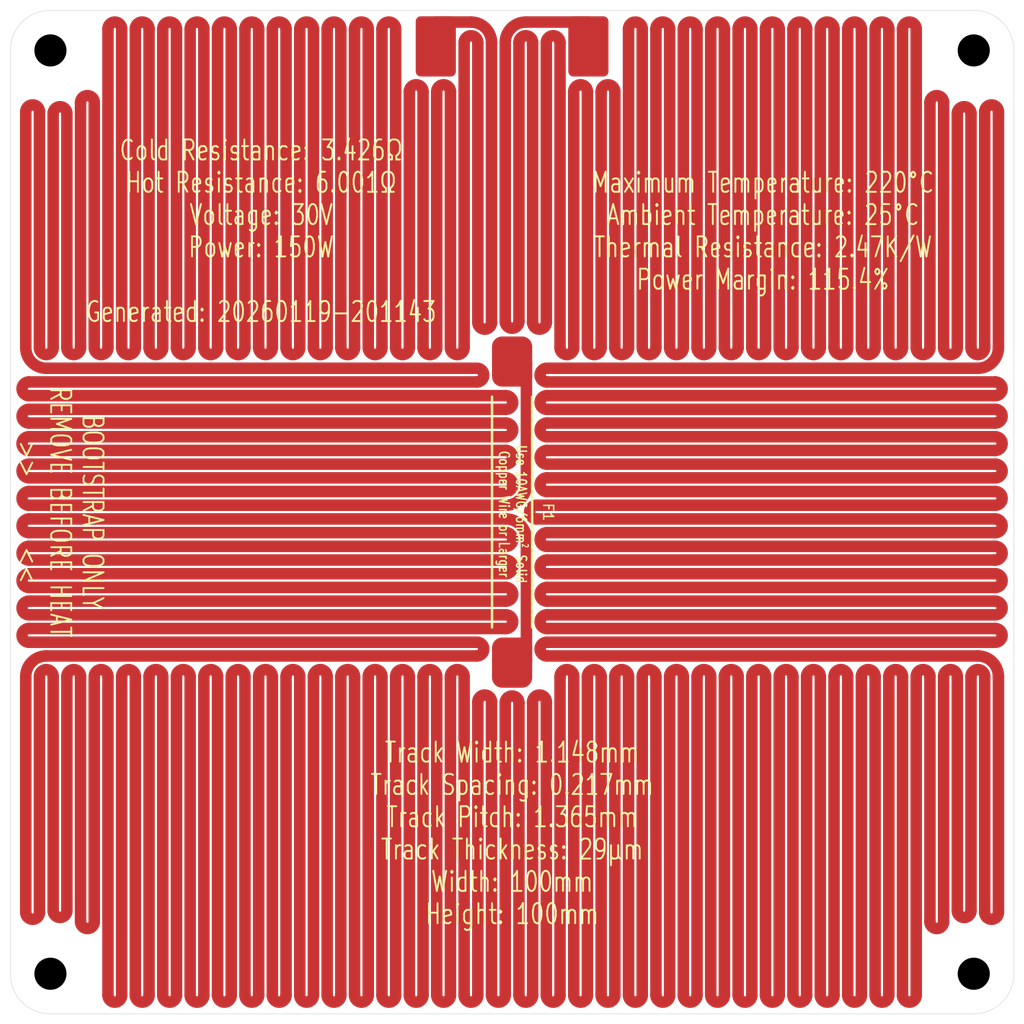
<source format=kicad_pcb>
(kicad_pcb (version 20241229) (generator "pcbnew") (generator_version "9.0")
  (layers (0 "F.Cu" signal) (2 "B.Cu" signal) (13 "F.Paste" user) (15 "B.Paste" user) (5 "F.SilkS" user "F.Silkscreen") (7 "B.SilkS" user "B.Silkscreen") (1 "F.Mask" user) (3 "B.Mask" user) (25 "Edge.Cuts" user))
  (net 0 "")
  (net 1 "Net-(J2-Pin_1)")
  (net 2 "Net-(J1-Pin_1)")
  (footprint "blg:MountingHole_3.2mm_M3_NoPad_TopLarge" (layer "F.Cu") (at 151 59)
    (property "Reference" "REF**" (hide yes))
    (property "Value" "MountingHole_3.2mm_M3_NoPad_TopLarge" (hide yes))
    (pad "" np_thru_hole circle (at 0 0) (size 7.6 7.6) (drill 3.2) (layers))
  )
  (footprint "blg:SMD_PowerConnection_4x6mm" (layer "F.Cu") (at 112.601499 58.6 -90)
    (property "Reference" "J2" (hide yes))
    (property "Value" "Hotplate_Power_Connection" (hide yes))
    (pad "1" smd roundrect (at 0 0 270) (size 6 4) (layers "F.Cu" "F.Mask" "F.Paste") (roundrect_rratio 0.125) (net 1 "Net-(J2-Pin_1)"))
  )
  (footprint "blg:MountingHole_3.2mm_M3_NoPad_TopLarge" (layer "F.Cu") (at 59 151)
    (property "Reference" "REF**" (hide yes))
    (property "Value" "MountingHole_3.2mm_M3_NoPad_TopLarge" (hide yes))
    (pad "" np_thru_hole circle (at 0 0) (size 7.6 7.6) (drill 3.2) (layers))
  )
  (footprint "blg:MountingHole_3.2mm_M3_NoPad_TopLarge" (layer "F.Cu") (at 151 151)
    (property "Reference" "REF**" (hide yes))
    (property "Value" "MountingHole_3.2mm_M3_NoPad_TopLarge" (hide yes))
    (pad "" np_thru_hole circle (at 0 0) (size 7.6 7.6) (drill 3.2) (layers))
  )
  (footprint "blg:SMD_PowerConnection_4x6mm" (layer "F.Cu") (at 97.3985 58.6 -90)
    (property "Reference" "J1" (hide yes))
    (property "Value" "Hotplate_Power_Connection" (hide yes))
    (pad "1" smd roundrect (at 0 0 270) (size 6 4) (layers "F.Cu" "F.Mask" "F.Paste") (roundrect_rratio 0.125) (net 2 "Net-(J1-Pin_1)"))
  )
  (footprint "blg:Thermal Fuse, SN100C, Front, 35mm" (layer "F.Cu") (at 105 105 -90)
    (property "Reference" "F1" (at 0 -3.6 270) (layer "F.SilkS"))
    (property "Value" "~")
    (fp_line (start -11.5 2) (end 11.5 2) (stroke (width 0.25)) (layer "F.SilkS"))
    (fp_line (start -11.5 -2) (end 11.5 -2) (stroke (width 0.25)) (layer "F.SilkS"))
    (fp_text user "Use 10AWG/6mm  Solid" (at 0.2 -0.9 270) (layer "F.SilkS") (effects (font (size 1 0.75))))
    (fp_text user "2" (at 3.35 -1.3 270) (layer "F.SilkS") (effects (font (size 0.6 0.4) (thickness 0.1))))
    (fp_text user "Copper Wire or Larger" (at 0.2 0.8 270) (layer "F.SilkS") (effects (font (size 1 0.75))))
    (pad "1" smd roundrect (at -15 0 270) (size 5 4) (layers "F.Cu" "F.Mask") (net 2 "Net-(J1-Pin_1)"))
    (pad "2" smd roundrect (at 15 0 270) (size 5 4) (layers "F.Cu" "F.Mask") (net 1 "Net-(J2-Pin_1)"))
  )
  (footprint "blg:MountingHole_3.2mm_M3_NoPad_TopLarge" (layer "F.Cu") (at 59 59)
    (property "Reference" "REF**" (hide yes))
    (property "Value" "MountingHole_3.2mm_M3_NoPad_TopLarge" (hide yes))
    (pad "" np_thru_hole circle (at 0 0) (size 7.6 7.6) (drill 3.2) (layers))
  )
  (gr_arc (start 55 59) (mid 56.171573 56.171573) (end 59 55) (stroke (width 0.05)) (layer "Edge.Cuts"))
  (gr_line (start 155 59) (end 155 151) (stroke (width 0.05)) (layer "Edge.Cuts"))
  (gr_arc (start 59 155) (mid 56.171573 153.828427) (end 55 151) (stroke (width 0.05)) (layer "Edge.Cuts"))
  (gr_line (start 59 155) (end 151 155) (stroke (width 0.05)) (layer "Edge.Cuts"))
  (gr_line (start 55 59) (end 55 151) (stroke (width 0.05)) (layer "Edge.Cuts"))
  (gr_arc (start 155 151) (mid 153.828427 153.828427) (end 151 155) (stroke (width 0.05)) (layer "Edge.Cuts"))
  (gr_arc (start 151 55) (mid 153.828427 56.171573) (end 155 59) (stroke (width 0.05)) (layer "Edge.Cuts"))
  (gr_line (start 59 55) (end 151 55) (stroke (width 0.05)) (layer "Edge.Cuts"))
  (gr_text "BOOTSTRAP ONLY\nREMOVE BEFORE HEAT\n>>      <<" (at 55.6 105 270) (layer "F.SilkS") (effects (font (size 2 1.5) (thickness 0.1875)) (justify bottom)))
  (gr_text "Track Width: 1.148mm\nTrack Spacing: 0.217mm\nTrack Pitch: 1.365mm\nTrack Thickness: 29µm\nWidth: 100mm\nHeight: 100mm" (at 105 137 0) (layer "F.SilkS") (effects (font (size 2 1.5) (thickness 0.1875))))
  (gr_text "Maximum Temperature: 220°C\nAmbient Temperature: 25°C\nThermal Resistance: 2.47K/W\nPower Margin: 115.4%" (at 130 77 0) (layer "F.SilkS") (effects (font (size 2 1.5) (thickness 0.1875))))
  (gr_text "Cold Resistance: 3.426Ω\nHot Resistance: 6.001Ω\nVoltage: 30V\nPower: 150W\n\nGenerated: 20260119-201143" (at 80 77 0) (layer "F.SilkS") (effects (font (size 2 1.5) (thickness 0.1875))))
  (segment (start 153.1435 104.3175) (end 107.430733 104.3175) (width 1.148) (layer "F.Cu") (net 1))
  (segment (start 153.1435 98.8575) (end 108.4735 98.8575) (width 1.148) (layer "F.Cu") (net 1))
  (segment (start 105.6825 85.993499) (end 105.6825 58.2215) (width 1.148) (layer "F.Cu") (net 1))
  (segment (start 146.6325 88.619999) (end 146.6325 64.189797) (width 1.148) (layer "F.Cu") (net 1))
  (segment (start 104.3175 58.2215) (end 104.3175 85.993499) (width 1.148) (layer "F.Cu") (net 1))
  (segment (start 101.587499 123.911202) (end 101.587499 153.1435) (width 1.148) (layer "F.Cu") (net 1))
  (segment (start 97.4925 153.1435) (end 97.4925 121.379999) (width 1.148) (layer "F.Cu") (net 1))
  (segment (start 77.0175 121.379999) (end 77.0175 153.1435) (width 1.148) (layer "F.Cu") (net 1))
  (segment (start 153.1435 107.047499) (end 108.4735 107.047499) (width 1.148) (layer "F.Cu") (net 1))
  (segment (start 141.1725 88.619999) (end 141.1725 56.8565) (width 1.148) (layer "F.Cu") (net 1))
  (segment (start 56.8565 105.6825) (end 104.3785 105.6825) (width 1.148) (layer "F.Cu") (net 1))
  (segment (start 146.6325 145.810202) (end 146.6325 121.379999) (width 1.148) (layer "F.Cu") (net 1))
  (segment (start 115.2375 121.379999) (end 115.2375 153.1435) (width 1.148) (layer "F.Cu") (net 1))
  (segment (start 138.4425 153.1435) (end 138.4425 121.379999) (width 1.148) (layer "F.Cu") (net 1))
  (segment (start 122.062499 153.1435) (end 122.062499 121.379999) (width 1.148) (layer "F.Cu") (net 1))
  (segment (start 134.347499 56.8565) (end 134.347499 88.619999) (width 1.148) (layer "F.Cu") (net 1))
  (segment (start 67.462499 153.1435) (end 67.462499 121.379999) (width 1.148) (layer "F.Cu") (net 1))
  (segment (start 108.4735 92.032499) (end 153.1435 92.032499) (width 1.148) (layer "F.Cu") (net 1))
  (segment (start 93.3975 121.379999) (end 93.3975 153.1435) (width 1.148) (layer "F.Cu") (net 1))
  (segment (start 87.9375 121.379999) (end 87.9375 153.1435) (width 1.148) (layer "F.Cu") (net 1))
  (segment (start 138.4425 88.619999) (end 138.4425 56.8565) (width 1.148) (layer "F.Cu") (net 1))
  (segment (start 130.2525 153.1435) (end 130.2525 121.379999) (width 1.148) (layer "F.Cu") (net 1))
  (segment (start 123.4275 121.379999) (end 123.4275 153.1435) (width 1.148) (layer "F.Cu") (net 1))
  (segment (start 147.9975 64.189797) (end 147.9975 88.619999) (width 1.148) (layer "F.Cu") (net 1))
  (segment (start 116.602499 88.619999) (end 116.602499 56.8565) (width 1.148) (layer "F.Cu") (net 1))
  (segment (start 124.7925 88.619999) (end 124.7925 56.8565) (width 1.148) (layer "F.Cu") (net 1))
  (segment (start 126.1575 121.379999) (end 126.1575 153.1435) (width 1.148) (layer "F.Cu") (net 1))
  (segment (start 108.4735 97.4925) (end 153.1435 97.4925) (width 1.148) (layer "F.Cu") (net 1))
  (segment (start 150.7275 121.379999) (end 150.7275 144.707051) (width 1.148) (layer "F.Cu") (net 1))
  (segment (start 149.362499 88.619999) (end 149.362499 65.292948) (width 1.148) (layer "F.Cu") (net 1))
  (segment (start 104.3785 109.7775) (end 56.8565 109.7775) (width 1.148) (layer "F.Cu") (net 1))
  (segment (start 85.2075 121.379999) (end 85.2075 153.1435) (width 1.148) (layer "F.Cu") (net 1))
  (segment (start 79.7475 121.379999) (end 79.7475 153.1435) (width 1.148) (layer "F.Cu") (net 1))
  (segment (start 104.3785 107.047499) (end 56.8565 107.047499) (width 1.148) (layer "F.Cu") (net 1))
  (segment (start 108.4735 102.952499) (end 153.1435 102.952499) (width 1.148) (layer "F.Cu") (net 1))
  (segment (start 63.367499 121.379999) (end 63.367499 145.810202) (width 1.148) (layer "F.Cu") (net 1))
  (segment (start 78.3825 153.1435) (end 78.3825 121.379999) (width 1.148) (layer "F.Cu") (net 1))
  (segment (start 104.3175 124.006499) (end 104.3175 153.1435) (width 1.148) (layer "F.Cu") (net 1))
  (segment (start 120.6975 56.8565) (end 120.6975 88.619999) (width 1.148) (layer "F.Cu") (net 1))
  (segment (start 56.5425 144.887504) (end 56.5425 121.379999) (width 1.148) (layer "F.Cu") (net 1))
  (segment (start 90.6675 121.379999) (end 90.6675 153.1435) (width 1.148) (layer "F.Cu") (net 1))
  (segment (start 106.425999 120) (end 106.425999 107.729999) (width 1.148) (layer "F.Cu") (net 1))
  (segment (start 74.2875 121.379999) (end 74.2875 153.1435) (width 1.148) (layer "F.Cu") (net 1))
  (segment (start 57.9075 121.379999) (end 57.9075 144.887504) (width 1.148) (layer "F.Cu") (net 1))
  (segment (start 81.1125 153.1435) (end 81.1125 121.379999) (width 1.148) (layer "F.Cu") (net 1))
  (segment (start 135.712499 88.619999) (end 135.712499 56.8565) (width 1.148) (layer "F.Cu") (net 1))
  (segment (start 66.0975 121.379999) (end 66.0975 153.1435) (width 1.148) (layer "F.Cu") (net 1))
  (segment (start 108.4735 108.4125) (end 153.1435 108.4125) (width 1.148) (layer "F.Cu") (net 1))
  (segment (start 82.477499 121.379999) (end 82.477499 153.1435) (width 1.148) (layer "F.Cu") (net 1))
  (segment (start 113.8725 88.619999) (end 113.8725 63.1065) (width 1.148) (layer "F.Cu") (net 1))
  (segment (start 108.4735 113.8725) (end 153.1435 113.8725) (width 1.148) (layer "F.Cu") (net 1))
  (segment (start 117.967499 121.379999) (end 117.967499 153.1435) (width 1.148) (layer "F.Cu") (net 1))
  (segment (start 108.4735 100.2225) (end 153.1435 100.2225) (width 1.148) (layer "F.Cu") (net 1))
  (segment (start 149.362499 144.707051) (end 149.362499 121.379999) (width 1.148) (layer "F.Cu") (net 1))
  (segment (start 142.5375 121.379999) (end 142.5375 153.1435) (width 1.148) (layer "F.Cu") (net 1))
  (segment (start 72.9225 153.1435) (end 72.9225 121.379999) (width 1.148) (layer "F.Cu") (net 1))
  (segment (start 141.1725 153.1435) (end 141.1725 121.379999) (width 1.148) (layer "F.Cu") (net 1))
  (segment (start 153.4575 121.379999) (end 153.4575 144.887504) (width 1.148) (layer "F.Cu") (net 1))
  (segment (start 83.8425 153.1435) (end 83.8425 121.379999) (width 1.148) (layer "F.Cu") (net 1))
  (segment (start 142.5375 56.8565) (end 142.5375 88.619999) (width 1.148) (layer "F.Cu") (net 1))
  (segment (start 100.2225 153.1435) (end 100.2225 121.379999) (width 1.148) (layer "F.Cu") (net 1))
  (segment (start 119.3325 153.1435) (end 119.3325 121.379999) (width 1.148) (layer "F.Cu") (net 1))
  (segment (start 56.8565 116.602499) (end 104.3785 116.602499) (width 1.148) (layer "F.Cu") (net 1))
  (segment (start 107.430733 105.6825) (end 153.1435 105.6825) (width 1.148) (layer "F.Cu") (net 1))
  (segment (start 70.1925 153.1435) (end 70.1925 121.379999) (width 1.148) (layer "F.Cu") (net 1))
  (segment (start 153.1435 101.587499) (end 108.4735 101.587499) (width 1.148) (layer "F.Cu") (net 1))
  (segment (start 153.1435 109.7775) (end 108.4735 109.7775) (width 1.148) (layer "F.Cu") (net 1))
  (segment (start 75.6525 153.1435) (end 75.6525 121.379999) (width 1.148) (layer "F.Cu") (net 1))
  (segment (start 112.601499 56.173999) (end 106.365 56.173999) (width 1.148) (layer "F.Cu") (net 1))
  (segment (start 102.952499 153.1435) (end 102.952499 123.911202) (width 1.148) (layer "F.Cu") (net 1))
  (segment (start 108.4735 116.602499) (end 153.1435 116.602499) (width 1.148) (layer "F.Cu") (net 1))
  (segment (start 130.2525 88.619999) (end 130.2525 56.8565) (width 1.148) (layer "F.Cu") (net 1))
  (segment (start 56.8565 111.1425) (end 104.3785 111.1425) (width 1.148) (layer "F.Cu") (net 1))
  (segment (start 134.347499 121.379999) (end 134.347499 153.1435) (width 1.148) (layer "F.Cu") (net 1))
  (segment (start 128.887499 121.379999) (end 128.887499 153.1435) (width 1.148) (layer "F.Cu") (net 1))
  (segment (start 143.902499 88.619999) (end 143.902499 56.8565) (width 1.148) (layer "F.Cu") (net 1))
  (segment (start 108.4125 86.088797) (end 108.4125 58.2215) (width 1.148) (layer "F.Cu") (net 1))
  (segment (start 112.5075 63.1065) (end 112.5075 88.619999) (width 1.148) (layer "F.Cu") (net 1))
  (segment (start 131.6175 121.379999) (end 131.6175 153.1435) (width 1.148) (layer "F.Cu") (net 1))
  (segment (start 123.4275 56.8565) (end 123.4275 88.619999) (width 1.148) (layer "F.Cu") (net 1))
  (segment (start 112.5075 121.379999) (end 112.5075 153.1435) (width 1.148) (layer "F.Cu") (net 1))
  (segment (start 89.3025 153.1435) (end 89.3025 121.379999) (width 1.148) (layer "F.Cu") (net 1))
  (segment (start 59.2725 144.707051) (end 59.2725 121.379999) (width 1.148) (layer "F.Cu") (net 1))
  (segment (start 108.4125 153.1435) (end 108.4125 123.911202) (width 1.148) (layer "F.Cu") (net 1))
  (segment (start 60.637499 121.379999) (end 60.637499 144.707051) (width 1.148) (layer "F.Cu") (net 1))
  (segment (start 131.6175 56.8565) (end 131.6175 88.619999) (width 1.148) (layer "F.Cu") (net 1))
  (segment (start 152.0925 144.887504) (end 152.0925 121.379999) (width 1.148) (layer "F.Cu") (net 1))
  (segment (start 104.3785 112.5075) (end 56.8565 112.5075) (width 1.148) (layer "F.Cu") (net 1))
  (segment (start 137.0775 121.379999) (end 137.0775 153.1435) (width 1.148) (layer "F.Cu") (net 1))
  (segment (start 56.8565 113.8725) (end 104.3785 113.8725) (width 1.148) (layer "F.Cu") (net 1))
  (segment (start 108.4735 119.3325) (end 151.41 119.332499) (width 1.148) (layer "F.Cu") (net 1))
  (segment (start 152.0925 88.619999) (end 152.0925 65.112495) (width 1.148) (layer "F.Cu") (net 1))
  (segment (start 139.8075 121.379999) (end 139.8075 153.1435) (width 1.148) (layer "F.Cu") (net 1))
  (segment (start 116.602499 153.1435) (end 116.602499 121.379999) (width 1.148) (layer "F.Cu") (net 1))
  (segment (start 126.1575 56.8565) (end 126.1575 88.619999) (width 1.148) (layer "F.Cu") (net 1))
  (segment (start 151.41 90.667499) (end 108.4735 90.6675) (width 1.148) (layer "F.Cu") (net 1))
  (segment (start 104.3785 115.2375) (end 56.8565 115.2375) (width 1.148) (layer "F.Cu") (net 1))
  (segment (start 124.7925 153.1435) (end 124.7925 121.379999) (width 1.148) (layer "F.Cu") (net 1))
  (segment (start 122.062499 88.619999) (end 122.062499 56.8565) (width 1.148) (layer "F.Cu") (net 1))
  (segment (start 101.4935 117.967499) (end 56.8565 117.967499) (width 1.148) (layer "F.Cu") (net 1))
  (segment (start 132.9825 88.619999) (end 132.9825 56.8565) (width 1.148) (layer "F.Cu") (net 1))
  (segment (start 153.1435 115.2375) (end 108.4735 115.2375) (width 1.148) (layer "F.Cu") (net 1))
  (segment (start 64.7325 153.1435) (end 64.7325 121.379999) (width 1.148) (layer "F.Cu") (net 1))
  (segment (start 56.8565 108.4125) (end 104.3785 108.4125) (width 1.148) (layer "F.Cu") (net 1))
  (segment (start 117.967499 56.8565) (end 117.967499 88.619999) (width 1.148) (layer "F.Cu") (net 1))
  (segment (start 153.4575 65.112495) (end 153.4575 88.619999) (width 1.148) (layer "F.Cu") (net 1))
  (segment (start 107.047499 58.2215) (end 107.047499 86.088797) (width 1.148) (layer "F.Cu") (net 1))
  (segment (start 135.712499 153.1435) (end 135.712499 121.379999) (width 1.148) (layer "F.Cu") (net 1))
  (segment (start 120.6975 121.379999) (end 120.6975 153.1435) (width 1.148) (layer "F.Cu") (net 1))
  (segment (start 86.572499 153.1435) (end 86.572499 121.379999) (width 1.148) (layer "F.Cu") (net 1))
  (segment (start 127.522499 153.1435) (end 127.522499 121.379999) (width 1.148) (layer "F.Cu") (net 1))
  (segment (start 92.032499 153.1435) (end 92.032499 121.379999) (width 1.148) (layer "F.Cu") (net 1))
  (segment (start 143.902499 153.1435) (end 143.902499 121.379999) (width 1.148) (layer "F.Cu") (net 1))
  (segment (start 145.267499 56.8565) (end 145.267499 88.619999) (width 1.148) (layer "F.Cu") (net 1))
  (segment (start 153.1435 117.967499) (end 108.4735 117.967499) (width 1.148) (layer "F.Cu") (net 1))
  (segment (start 68.8275 121.379999) (end 68.8275 153.1435) (width 1.148) (layer "F.Cu") (net 1))
  (segment (start 147.9975 121.379999) (end 147.9975 145.810202) (width 1.148) (layer "F.Cu") (net 1))
  (segment (start 115.2375 63.1065) (end 115.2375 88.619999) (width 1.148) (layer "F.Cu") (net 1))
  (segment (start 137.0775 56.8565) (end 137.0775 88.619999) (width 1.148) (layer "F.Cu") (net 1))
  (segment (start 94.7625 153.1435) (end 94.7625 121.379999) (width 1.148) (layer "F.Cu") (net 1))
  (segment (start 111.1425 153.1435) (end 111.1425 121.379999) (width 1.148) (layer "F.Cu") (net 1))
  (segment (start 58.589999 119.332499) (end 101.4935 119.3325) (width 1.148) (layer "F.Cu") (net 1))
  (segment (start 98.8575 121.379999) (end 98.8575 153.1435) (width 1.148) (layer "F.Cu") (net 1))
  (segment (start 109.7775 58.2215) (end 109.7775 88.619999) (width 1.148) (layer "F.Cu") (net 1))
  (segment (start 150.7275 65.292948) (end 150.7275 88.619999) (width 1.148) (layer "F.Cu") (net 1))
  (segment (start 153.1435 112.5075) (end 108.4735 112.5075) (width 1.148) (layer "F.Cu") (net 1))
  (segment (start 111.1425 88.619999) (end 111.1425 63.1065) (width 1.148) (layer "F.Cu") (net 1))
  (segment (start 71.557499 121.379999) (end 71.557499 153.1435) (width 1.148) (layer "F.Cu") (net 1))
  (segment (start 113.8725 153.1435) (end 113.8725 121.379999) (width 1.148) (layer "F.Cu") (net 1))
  (segment (start 153.1435 96.1275) (end 108.4735 96.1275) (width 1.148) (layer "F.Cu") (net 1))
  (segment (start 107.047499 123.911202) (end 107.047499 153.1435) (width 1.148) (layer "F.Cu") (net 1))
  (segment (start 108.4735 111.1425) (end 153.1435 111.1425) (width 1.148) (layer "F.Cu") (net 1))
  (segment (start 145.267499 121.379999) (end 145.267499 153.1435) (width 1.148) (layer "F.Cu") (net 1))
  (segment (start 62.0025 145.810202) (end 62.0025 121.379999) (width 1.148) (layer "F.Cu") (net 1))
  (segment (start 119.3325 88.619999) (end 119.3325 56.8565) (width 1.148) (layer "F.Cu") (net 1))
  (segment (start 139.8075 56.8565) (end 139.8075 88.619999) (width 1.148) (layer "F.Cu") (net 1))
  (segment (start 128.887499 56.8565) (end 128.887499 88.619999) (width 1.148) (layer "F.Cu") (net 1))
  (segment (start 127.522499 88.619999) (end 127.522499 56.8565) (width 1.148) (layer "F.Cu") (net 1))
  (segment (start 96.1275 121.379999) (end 96.1275 153.1435) (width 1.148) (layer "F.Cu") (net 1))
  (segment (start 109.7775 121.379999) (end 109.7775 153.1435) (width 1.148) (layer "F.Cu") (net 1))
  (segment (start 153.1435 93.3975) (end 108.4735 93.3975) (width 1.148) (layer "F.Cu") (net 1))
  (segment (start 132.9825 153.1435) (end 132.9825 121.379999) (width 1.148) (layer "F.Cu") (net 1))
  (segment (start 108.4735 94.7625) (end 153.1435 94.7625) (width 1.148) (layer "F.Cu") (net 1))
  (segment (start 105.6825 153.1435) (end 105.6825 124.006499) (width 1.148) (layer "F.Cu") (net 1))
  (arc (start 145.267499 153.1435) (mid 144.584999 153.826) (end 143.902499 153.1435) (width 1.148) (layer "F.Cu") (net 1))
  (arc (start 97.4925 121.379999) (mid 96.809999 120.6975) (end 96.1275 121.379999) (width 1.148) (layer "F.Cu") (net 1))
  (arc (start 147.9975 145.810202) (mid 147.315 146.492702) (end 146.6325 145.810202) (width 1.148) (layer "F.Cu") (net 1))
  (arc (start 150.7275 88.619999) (mid 151.41 89.3025) (end 152.0925 88.619999) (width 1.148) (layer "F.Cu") (net 1))
  (arc (start 111.1425 121.379999) (mid 110.46 120.6975) (end 109.7775 121.379999) (width 1.148) (layer "F.Cu") (net 1))
  (arc (start 107.047499 153.1435) (mid 106.365 153.826) (end 105.6825 153.1435) (width 1.148) (layer "F.Cu") (net 1))
  (arc (start 83.8425 121.379999) (mid 83.16 120.6975) (end 82.477499 121.379999) (width 1.148) (layer "F.Cu") (net 1))
  (arc (start 128.887499 88.619999) (mid 129.57 89.3025) (end 130.2525 88.619999) (width 1.148) (layer "F.Cu") (net 1))
  (arc (start 112.5075 153.1435) (mid 111.824999 153.826) (end 111.1425 153.1435) (width 1.148) (layer "F.Cu") (net 1))
  (arc (start 85.2075 153.1435) (mid 84.525 153.826) (end 83.8425 153.1435) (width 1.148) (layer "F.Cu") (net 1))
  (arc (start 127.522499 121.379999) (mid 126.839999 120.6975) (end 126.1575 121.379999) (width 1.148) (layer "F.Cu") (net 1))
  (arc (start 104.3785 108.4125) (mid 105.061 107.729999) (end 104.3785 107.047499) (width 1.148) (layer "F.Cu") (net 1))
  (arc (start 132.9825 121.379999) (mid 132.3 120.6975) (end 131.6175 121.379999) (width 1.148) (layer "F.Cu") (net 1))
  (arc (start 138.4425 121.379999) (mid 137.76 120.6975) (end 137.0775 121.379999) (width 1.148) (layer "F.Cu") (net 1))
  (arc (start 115.2375 153.1435) (mid 114.555 153.826) (end 113.8725 153.1435) (width 1.148) (layer "F.Cu") (net 1))
  (arc (start 124.7925 121.379999) (mid 124.11 120.6975) (end 123.4275 121.379999) (width 1.148) (layer "F.Cu") (net 1))
  (arc (start 127.522499 56.8565) (mid 128.204999 56.173999) (end 128.887499 56.8565) (width 1.148) (layer "F.Cu") (net 1))
  (arc (start 56.8565 115.2375) (mid 56.173999 114.555) (end 56.8565 113.8725) (width 1.148) (layer "F.Cu") (net 1))
  (arc (start 109.7775 88.619999) (mid 110.46 89.3025) (end 111.1425 88.619999) (width 1.148) (layer "F.Cu") (net 1))
  (arc (start 79.7475 153.1435) (mid 79.065 153.826) (end 78.3825 153.1435) (width 1.148) (layer "F.Cu") (net 1))
  (arc (start 82.477499 153.1435) (mid 81.794999 153.826) (end 81.1125 153.1435) (width 1.148) (layer "F.Cu") (net 1))
  (arc (start 117.967499 88.619999) (mid 118.649999 89.3025) (end 119.3325 88.619999) (width 1.148) (layer "F.Cu") (net 1))
  (arc (start 92.032499 121.379999) (mid 91.35 120.6975) (end 90.6675 121.379999) (width 1.148) (layer "F.Cu") (net 1))
  (arc (start 116.602499 56.8565) (mid 117.285 56.173999) (end 117.967499 56.8565) (width 1.148) (layer "F.Cu") (net 1))
  (arc (start 56.542499 121.379999) (mid 57.142198 119.932198) (end 58.589999 119.332499) (width 1.148) (layer "F.Cu") (net 1))
  (arc (start 153.1435 102.952499) (mid 153.826 103.634999) (end 153.1435 104.3175) (width 1.148) (layer "F.Cu") (net 1))
  (arc (start 141.1725 121.379999) (mid 140.49 120.6975) (end 139.8075 121.379999) (width 1.148) (layer "F.Cu") (net 1))
  (arc (start 152.0925 121.379999) (mid 151.41 120.6975) (end 150.7275 121.379999) (width 1.148) (layer "F.Cu") (net 1))
  (arc (start 71.557499 153.1435) (mid 70.875 153.826) (end 70.1925 153.1435) (width 1.148) (layer "F.Cu") (net 1))
  (arc (start 77.0175 153.1435) (mid 76.335 153.826) (end 75.6525 153.1435) (width 1.148) (layer "F.Cu") (net 1))
  (arc (start 108.4735 93.3975) (mid 107.791 94.08) (end 108.4735 94.7625) (width 1.148) (layer "F.Cu") (net 1))
  (arc (start 141.1725 56.8565) (mid 141.855 56.173999) (end 142.5375 56.8565) (width 1.148) (layer "F.Cu") (net 1))
  (arc (start 120.6975 88.619999) (mid 121.379999 89.3025) (end 122.062499 88.619999) (width 1.148) (layer "F.Cu") (net 1))
  (arc (start 108.4735 112.5075) (mid 107.791 113.19) (end 108.4735 113.8725) (width 1.148) (layer "F.Cu") (net 1))
  (arc (start 90.6675 153.1435) (mid 89.985 153.826) (end 89.3025 153.1435) (width 1.148) (layer "F.Cu") (net 1))
  (arc (start 75.6525 121.379999) (mid 74.97 120.6975) (end 74.2875 121.379999) (width 1.148) (layer "F.Cu") (net 1))
  (arc (start 135.712499 121.379999) (mid 135.029999 120.6975) (end 134.347499 121.379999) (width 1.148) (layer "F.Cu") (net 1))
  (arc (start 128.887499 153.1435) (mid 128.204999 153.826) (end 127.522499 153.1435) (width 1.148) (layer "F.Cu") (net 1))
  (arc (start 123.4275 88.619999) (mid 124.11 89.3025) (end 124.7925 88.619999) (width 1.148) (layer "F.Cu") (net 1))
  (arc (start 153.1435 92.032499) (mid 153.826 92.714999) (end 153.1435 93.3975) (width 1.148) (layer "F.Cu") (net 1))
  (arc (start 57.9075 144.887504) (mid 57.225 145.570004) (end 56.5425 144.887504) (width 1.148) (layer "F.Cu") (net 1))
  (arc (start 139.8075 153.1435) (mid 139.125 153.826) (end 138.4425 153.1435) (width 1.148) (layer "F.Cu") (net 1))
  (arc (start 56.8565 112.5075) (mid 56.173999 111.824999) (end 56.8565 111.1425) (width 1.148) (layer "F.Cu") (net 1))
  (arc (start 153.1435 116.602499) (mid 153.826 117.285) (end 153.1435 117.967499) (width 1.148) (layer "F.Cu") (net 1))
  (arc (start 109.7775 153.1435) (mid 109.095 153.826) (end 108.4125 153.1435) (width 1.148) (layer "F.Cu") (net 1))
  (arc (start 104.3175 153.1435) (mid 103.634999 153.826) (end 102.952499 153.1435) (width 1.148) (layer "F.Cu") (net 1))
  (arc (start 87.9375 153.1435) (mid 87.255 153.826) (end 86.572499 153.1435) (width 1.148) (layer "F.Cu") (net 1))
  (arc (start 108.4735 101.587499) (mid 107.791 102.27) (end 108.4735 102.952499) (width 1.148) (layer "F.Cu") (net 1))
  (arc (start 149.362499 121.379999) (mid 148.68 120.6975) (end 147.9975 121.379999) (width 1.148) (layer "F.Cu") (net 1))
  (arc (start 130.2525 56.8565) (mid 130.935 56.173999) (end 131.6175 56.8565) (width 1.148) (layer "F.Cu") (net 1))
  (arc (start 143.902499 56.8565) (mid 144.584999 56.173999) (end 145.267499 56.8565) (width 1.148) (layer "F.Cu") (net 1))
  (arc (start 124.7925 56.8565) (mid 125.475 56.173999) (end 126.1575 56.8565) (width 1.148) (layer "F.Cu") (net 1))
  (arc (start 56.8565 109.7775) (mid 56.173999 109.095) (end 56.8565 108.4125) (width 1.148) (layer "F.Cu") (net 1))
  (arc (start 89.3025 121.379999) (mid 88.619999 120.6975) (end 87.9375 121.379999) (width 1.148) (layer "F.Cu") (net 1))
  (arc (start 56.8565 107.047499) (mid 56.173999 106.365) (end 56.8565 105.6825) (width 1.148) (layer "F.Cu") (net 1))
  (arc (start 102.952499 123.911202) (mid 102.27 123.228703) (end 101.587499 123.911202) (width 1.148) (layer "F.Cu") (net 1))
  (arc (start 64.7325 121.379999) (mid 64.05 120.6975) (end 63.367499 121.379999) (width 1.148) (layer "F.Cu") (net 1))
  (arc (start 150.7275 144.707051) (mid 150.045 145.389551) (end 149.362499 144.707051) (width 1.148) (layer "F.Cu") (net 1))
  (arc (start 98.8575 153.1435) (mid 98.175 153.826) (end 97.4925 153.1435) (width 1.148) (layer "F.Cu") (net 1))
  (arc (start 145.267499 88.619999) (mid 145.95 89.3025) (end 146.6325 88.619999) (width 1.148) (layer "F.Cu") (net 1))
  (arc (start 100.2225 121.379999) (mid 99.539999 120.6975) (end 98.8575 121.379999) (width 1.148) (layer "F.Cu") (net 1))
  (arc (start 123.4275 153.1435) (mid 122.744999 153.826) (end 122.062499 153.1435) (width 1.148) (layer "F.Cu") (net 1))
  (arc (start 59.2725 121.379999) (mid 58.59 120.6975) (end 57.9075 121.379999) (width 1.148) (layer "F.Cu") (net 1))
  (arc (start 108.4735 107.047499) (mid 107.791 107.729999) (end 108.4735 108.4125) (width 1.148) (layer "F.Cu") (net 1))
  (arc (start 108.4735 96.1275) (mid 107.791 96.809999) (end 108.4735 97.4925) (width 1.148) (layer "F.Cu") (net 1))
  (arc (start 72.9225 121.379999) (mid 72.24 120.6975) (end 71.557499 121.379999) (width 1.148) (layer "F.Cu") (net 1))
  (arc (start 74.2875 153.1435) (mid 73.604999 153.826) (end 72.9225 153.1435) (width 1.148) (layer "F.Cu") (net 1))
  (arc (start 146.6325 64.189797) (mid 147.315 63.507297) (end 147.9975 64.189797) (width 1.148) (layer "F.Cu") (net 1))
  (arc (start 153.1435 113.8725) (mid 153.826 114.555) (end 153.1435 115.2375) (width 1.148) (layer "F.Cu") (net 1))
  (arc (start 113.8725 121.379999) (mid 113.19 120.6975) (end 112.5075 121.379999) (width 1.148) (layer "F.Cu") (net 1))
  (arc (start 94.7625 121.379999) (mid 94.08 120.6975) (end 93.3975 121.379999) (width 1.148) (layer "F.Cu") (net 1))
  (arc (start 131.6175 88.619999) (mid 132.3 89.3025) (end 132.9825 88.619999) (width 1.148) (layer "F.Cu") (net 1))
  (arc (start 132.9825 56.8565) (mid 133.664999 56.173999) (end 134.347499 56.8565) (width 1.148) (layer "F.Cu") (net 1))
  (arc (start 131.6175 153.1435) (mid 130.935 153.826) (end 130.2525 153.1435) (width 1.148) (layer "F.Cu") (net 1))
  (arc (start 108.4735 109.7775) (mid 107.791 110.46) (end 108.4735 111.1425) (width 1.148) (layer "F.Cu") (net 1))
  (arc (start 108.4735 90.6675) (mid 107.791 91.35) (end 108.4735 92.032499) (width 1.148) (layer "F.Cu") (net 1))
  (arc (start 104.3785 113.8725) (mid 105.061 113.19) (end 104.3785 112.5075) (width 1.148) (layer "F.Cu") (net 1))
  (arc (start 116.602499 121.379999) (mid 115.92 120.6975) (end 115.2375 121.379999) (width 1.148) (layer "F.Cu") (net 1))
  (arc (start 104.3785 111.1425) (mid 105.061 110.46) (end 104.3785 109.7775) (width 1.148) (layer "F.Cu") (net 1))
  (arc (start 104.3785 105.6825) (mid 105.826301 106.282198) (end 106.425999 107.729999) (width 1.148) (layer "F.Cu") (net 1))
  (arc (start 112.5075 88.619999) (mid 113.19 89.3025) (end 113.8725 88.619999) (width 1.148) (layer "F.Cu") (net 1))
  (arc (start 151.41 119.332499) (mid 152.857801 119.932198) (end 153.4575 121.379999) (width 1.148) (layer "F.Cu") (net 1))
  (arc (start 113.8725 63.1065) (mid 114.555 62.423999) (end 115.2375 63.1065) (width 1.148) (layer "F.Cu") (net 1))
  (arc (start 153.1435 97.4925) (mid 153.826 98.175) (end 153.1435 98.8575) (width 1.148) (layer "F.Cu") (net 1))
  (arc (start 108.4735 115.2375) (mid 107.791 115.92) (end 108.4735 116.602499) (width 1.148) (layer "F.Cu") (net 1))
  (arc (start 93.3975 153.1435) (mid 92.714999 153.826) (end 92.032499 153.1435) (width 1.148) (layer "F.Cu") (net 1))
  (arc (start 96.1275 153.1435) (mid 95.445 153.826) (end 94.7625 153.1435) (width 1.148) (layer "F.Cu") (net 1))
  (arc (start 104.3175 58.2215) (mid 104.917198 56.773698) (end 106.365 56.173999) (width 1.148) (layer "F.Cu") (net 1))
  (arc (start 115.2375 88.619999) (mid 115.92 89.3025) (end 116.602499 88.619999) (width 1.148) (layer "F.Cu") (net 1))
  (arc (start 108.4735 98.8575) (mid 107.791 99.539999) (end 108.4735 100.2225) (width 1.148) (layer "F.Cu") (net 1))
  (arc (start 63.367499 145.810202) (mid 62.684999 146.492702) (end 62.0025 145.810202) (width 1.148) (layer "F.Cu") (net 1))
  (arc (start 78.3825 121.379999) (mid 77.699999 120.6975) (end 77.0175 121.379999) (width 1.148) (layer "F.Cu") (net 1))
  (arc (start 66.0975 153.1435) (mid 65.415 153.826) (end 64.7325 153.1435) (width 1.148) (layer "F.Cu") (net 1))
  (arc (start 137.0775 153.1435) (mid 136.394999 153.826) (end 135.712499 153.1435) (width 1.148) (layer "F.Cu") (net 1))
  (arc (start 143.902499 121.379999) (mid 143.22 120.6975) (end 142.5375 121.379999) (width 1.148) (layer "F.Cu") (net 1))
  (arc (start 130.2525 121.379999) (mid 129.57 120.6975) (end 128.887499 121.379999) (width 1.148) (layer "F.Cu") (net 1))
  (arc (start 56.8565 117.967499) (mid 56.173999 117.285) (end 56.8565 116.602499) (width 1.148) (layer "F.Cu") (net 1))
  (arc (start 135.712499 56.8565) (mid 136.394999 56.173999) (end 137.0775 56.8565) (width 1.148) (layer "F.Cu") (net 1))
  (arc (start 134.347499 88.619999) (mid 135.029999 89.3025) (end 135.712499 88.619999) (width 1.148) (layer "F.Cu") (net 1))
  (arc (start 153.1435 105.6825) (mid 153.826 106.365) (end 153.1435 107.047499) (width 1.148) (layer "F.Cu") (net 1))
  (arc (start 105.6825 58.2215) (mid 106.365 57.538999) (end 107.047499 58.2215) (width 1.148) (layer "F.Cu") (net 1))
  (arc (start 101.4935 119.3325) (mid 102.176 118.649999) (end 101.4935 117.967499) (width 1.148) (layer "F.Cu") (net 1))
  (arc (start 126.1575 153.1435) (mid 125.475 153.826) (end 124.7925 153.1435) (width 1.148) (layer "F.Cu") (net 1))
  (arc (start 146.6325 121.379999) (mid 145.95 120.6975) (end 145.267499 121.379999) (width 1.148) (layer "F.Cu") (net 1))
  (arc (start 153.1435 108.4125) (mid 153.826 109.095) (end 153.1435 109.7775) (width 1.148) (layer "F.Cu") (net 1))
  (arc (start 104.3175 85.993499) (mid 105 86.675999) (end 105.6825 85.993499) (width 1.148) (layer "F.Cu") (net 1))
  (arc (start 108.4125 123.911202) (mid 107.729999 123.228703) (end 107.047499 123.911202) (width 1.148) (layer "F.Cu") (net 1))
  (arc (start 108.4735 117.967499) (mid 107.791 118.649999) (end 108.4735 119.3325) (width 1.148) (layer "F.Cu") (net 1))
  (arc (start 134.347499 153.1435) (mid 133.664999 153.826) (end 132.9825 153.1435) (width 1.148) (layer "F.Cu") (net 1))
  (arc (start 105.6825 124.006499) (mid 105 123.324) (end 104.3175 124.006499) (width 1.148) (layer "F.Cu") (net 1))
  (arc (start 147.9975 88.619999) (mid 148.68 89.3025) (end 149.362499 88.619999) (width 1.148) (layer "F.Cu") (net 1))
  (arc (start 153.1435 100.2225) (mid 153.826 100.905) (end 153.1435 101.587499) (width 1.148) (layer "F.Cu") (net 1))
  (arc (start 142.5375 88.619999) (mid 143.22 89.3025) (end 143.902499 88.619999) (width 1.148) (layer "F.Cu") (net 1))
  (arc (start 117.967499 153.1435) (mid 117.285 153.826) (end 116.602499 153.1435) (width 1.148) (layer "F.Cu") (net 1))
  (arc (start 67.462499 121.379999) (mid 66.779999 120.6975) (end 66.0975 121.379999) (width 1.148) (layer "F.Cu") (net 1))
  (arc (start 153.1435 111.1425) (mid 153.826 111.824999) (end 153.1435 112.5075) (width 1.148) (layer "F.Cu") (net 1))
  (arc (start 119.3325 121.379999) (mid 118.649999 120.6975) (end 117.967499 121.379999) (width 1.148) (layer "F.Cu") (net 1))
  (arc (start 120.6975 153.1435) (mid 120.015 153.826) (end 119.3325 153.1435) (width 1.148) (layer "F.Cu") (net 1))
  (arc (start 119.3325 56.8565) (mid 120.015 56.173999) (end 120.6975 56.8565) (width 1.148) (layer "F.Cu") (net 1))
  (arc (start 107.430733 104.3175) (mid 106.748233 105) (end 107.430733 105.6825) (width 1.148) (layer "F.Cu") (net 1))
  (arc (start 81.1125 121.379999) (mid 80.43 120.6975) (end 79.7475 121.379999) (width 1.148) (layer "F.Cu") (net 1))
  (arc (start 104.3785 116.602499) (mid 105.061 115.92) (end 104.3785 115.2375) (width 1.148) (layer "F.Cu") (net 1))
  (arc (start 60.637499 144.707051) (mid 59.954999 145.389551) (end 59.2725 144.707051) (width 1.148) (layer "F.Cu") (net 1))
  (arc (start 111.1425 63.1065) (mid 111.824999 62.423999) (end 112.5075 63.1065) (width 1.148) (layer "F.Cu") (net 1))
  (arc (start 152.0925 65.112495) (mid 152.775 64.429995) (end 153.4575 65.112495) (width 1.148) (layer "F.Cu") (net 1))
  (arc (start 108.4125 58.2215) (mid 109.095 57.538999) (end 109.7775 58.2215) (width 1.148) (layer "F.Cu") (net 1))
  (arc (start 138.4425 56.8565) (mid 139.125 56.173999) (end 139.8075 56.8565) (width 1.148) (layer "F.Cu") (net 1))
  (arc (start 139.8075 88.619999) (mid 140.49 89.3025) (end 141.1725 88.619999) (width 1.148) (layer "F.Cu") (net 1))
  (arc (start 122.062499 121.379999) (mid 121.379999 120.6975) (end 120.6975 121.379999) (width 1.148) (layer "F.Cu") (net 1))
  (arc (start 153.4575 144.887504) (mid 152.775 145.570004) (end 152.0925 144.887504) (width 1.148) (layer "F.Cu") (net 1))
  (arc (start 153.4575 88.619999) (mid 152.857801 90.067801) (end 151.41 90.667499) (width 1.148) (layer "F.Cu") (net 1))
  (arc (start 142.5375 153.1435) (mid 141.855 153.826) (end 141.1725 153.1435) (width 1.148) (layer "F.Cu") (net 1))
  (arc (start 70.1925 121.379999) (mid 69.51 120.6975) (end 68.8275 121.379999) (width 1.148) (layer "F.Cu") (net 1))
  (arc (start 107.047499 86.088797) (mid 107.729999 86.771297) (end 108.4125 86.088797) (width 1.148) (layer "F.Cu") (net 1))
  (arc (start 86.572499 121.379999) (mid 85.89 120.6975) (end 85.2075 121.379999) (width 1.148) (layer "F.Cu") (net 1))
  (arc (start 137.0775 88.619999) (mid 137.76 89.3025) (end 138.4425 88.619999) (width 1.148) (layer "F.Cu") (net 1))
  (arc (start 149.362499 65.292948) (mid 150.045 64.610448) (end 150.7275 65.292948) (width 1.148) (layer "F.Cu") (net 1))
  (arc (start 126.1575 88.619999) (mid 126.839999 89.3025) (end 127.522499 88.619999) (width 1.148) (layer "F.Cu") (net 1))
  (arc (start 68.8275 153.1435) (mid 68.145 153.826) (end 67.462499 153.1435) (width 1.148) (layer "F.Cu") (net 1))
  (arc (start 153.1435 94.7625) (mid 153.826 95.445) (end 153.1435 96.1275) (width 1.148) (layer "F.Cu") (net 1))
  (arc (start 101.587499 153.1435) (mid 100.905 153.826) (end 100.2225 153.1435) (width 1.148) (layer "F.Cu") (net 1))
  (arc (start 62.0025 121.379999) (mid 61.32 120.6975) (end 60.637499 121.379999) (width 1.148) (layer "F.Cu") (net 1))
  (arc (start 122.062499 56.8565) (mid 122.744999 56.173999) (end 123.4275 56.8565) (width 1.148) (layer "F.Cu") (net 1))
  (segment (start 74.2875 88.619999) (end 74.2875 56.8565) (width 1.148) (layer "F.Cu") (net 2))
  (segment (start 106.425999 90) (end 106.425999 102.27) (width 1.148) (layer "F.Cu") (net 2))
  (segment (start 79.7475 88.619999) (end 79.7475 56.8565) (width 1.148) (layer "F.Cu") (net 2))
  (segment (start 82.477499 88.619999) (end 82.477499 56.8565) (width 1.148) (layer "F.Cu") (net 2))
  (segment (start 104.3785 102.952499) (end 56.8565 102.952499) (width 1.148) (layer "F.Cu") (net 2))
  (segment (start 92.032499 56.8565) (end 92.032499 88.619999) (width 1.148) (layer "F.Cu") (net 2))
  (segment (start 83.8425 56.8565) (end 83.8425 88.619999) (width 1.148) (layer "F.Cu") (net 2))
  (segment (start 77.0175 88.619999) (end 77.0175 56.8565) (width 1.148) (layer "F.Cu") (net 2))
  (segment (start 97.4925 63.1065) (end 97.4925 88.619999) (width 1.148) (layer "F.Cu") (net 2))
  (segment (start 56.8565 96.1275) (end 104.3785 96.1275) (width 1.148) (layer "F.Cu") (net 2))
  (segment (start 62.0025 64.189797) (end 62.0025 88.619999) (width 1.148) (layer "F.Cu") (net 2))
  (segment (start 68.8275 88.619999) (end 68.8275 56.8565) (width 1.148) (layer "F.Cu") (net 2))
  (segment (start 101.4935 92.032499) (end 56.8565 92.032499) (width 1.148) (layer "F.Cu") (net 2))
  (segment (start 87.9375 88.619999) (end 87.9375 56.8565) (width 1.148) (layer "F.Cu") (net 2))
  (segment (start 100.2225 58.2215) (end 100.2225 88.619999) (width 1.148) (layer "F.Cu") (net 2))
  (segment (start 63.367499 88.619999) (end 63.367499 64.189797) (width 1.148) (layer "F.Cu") (net 2))
  (segment (start 78.3825 56.8565) (end 78.3825 88.619999) (width 1.148) (layer "F.Cu") (net 2))
  (segment (start 56.5425 65.112495) (end 56.5425 88.619999) (width 1.148) (layer "F.Cu") (net 2))
  (segment (start 66.0975 88.619999) (end 66.0975 56.8565) (width 1.148) (layer "F.Cu") (net 2))
  (segment (start 98.8575 88.619999) (end 98.8575 63.1065) (width 1.148) (layer "F.Cu") (net 2))
  (segment (start 96.1275 88.619999) (end 96.1275 63.1065) (width 1.148) (layer "F.Cu") (net 2))
  (segment (start 102.952499 58.2215) (end 102.952499 86.088797) (width 1.148) (layer "F.Cu") (net 2))
  (segment (start 86.572499 56.8565) (end 86.572499 88.619999) (width 1.148) (layer "F.Cu") (net 2))
  (segment (start 67.462499 56.8565) (end 67.462499 88.619999) (width 1.148) (layer "F.Cu") (net 2))
  (segment (start 104.3785 94.7625) (end 56.8565 94.7625) (width 1.148) (layer "F.Cu") (net 2))
  (segment (start 75.6525 56.8565) (end 75.6525 88.619999) (width 1.148) (layer "F.Cu") (net 2))
  (segment (start 56.8565 101.587499) (end 104.3785 101.587499) (width 1.148) (layer "F.Cu") (net 2))
  (segment (start 59.2725 65.292948) (end 59.2725 88.619999) (width 1.148) (layer "F.Cu") (net 2))
  (segment (start 70.1925 56.8565) (end 70.1925 88.619999) (width 1.148) (layer "F.Cu") (net 2))
  (segment (start 89.3025 56.8565) (end 89.3025 88.619999) (width 1.148) (layer "F.Cu") (net 2))
  (segment (start 93.3975 88.619999) (end 93.3975 56.8565) (width 1.148) (layer "F.Cu") (net 2))
  (segment (start 85.2075 88.619999) (end 85.2075 56.8565) (width 1.148) (layer "F.Cu") (net 2))
  (segment (start 56.8565 104.3175) (end 104.3785 104.3175) (width 1.148) (layer "F.Cu") (net 2))
  (segment (start 57.9075 88.619999) (end 57.9075 65.112495) (width 1.148) (layer "F.Cu") (net 2))
  (segment (start 60.637499 88.619999) (end 60.637499 65.292948) (width 1.148) (layer "F.Cu") (net 2))
  (segment (start 58.589999 90.6675) (end 101.4935 90.6675) (width 1.148) (layer "F.Cu") (net 2))
  (segment (start 71.557499 88.619999) (end 71.557499 56.8565) (width 1.148) (layer "F.Cu") (net 2))
  (segment (start 56.8565 98.8575) (end 104.3785 98.8575) (width 1.148) (layer "F.Cu") (net 2))
  (segment (start 101.587499 86.088797) (end 101.587499 58.2215) (width 1.148) (layer "F.Cu") (net 2))
  (segment (start 104.3785 100.2225) (end 56.8565 100.2225) (width 1.148) (layer "F.Cu") (net 2))
  (segment (start 56.8565 93.3975) (end 104.3785 93.3975) (width 1.148) (layer "F.Cu") (net 2))
  (segment (start 94.7625 63.1065) (end 94.7625 88.619999) (width 1.148) (layer "F.Cu") (net 2))
  (segment (start 64.7325 56.8565) (end 64.7325 88.619999) (width 1.148) (layer "F.Cu") (net 2))
  (segment (start 97.3985 56.173999) (end 100.905 56.173999) (width 1.148) (layer "F.Cu") (net 2))
  (segment (start 104.3785 97.4925) (end 56.8565 97.4925) (width 1.148) (layer "F.Cu") (net 2))
  (segment (start 72.9225 56.8565) (end 72.9225 88.619999) (width 1.148) (layer "F.Cu") (net 2))
  (segment (start 81.1125 56.8565) (end 81.1125 88.619999) (width 1.148) (layer "F.Cu") (net 2))
  (segment (start 90.6675 88.619999) (end 90.6675 56.8565) (width 1.148) (layer "F.Cu") (net 2))
  (arc (start 57.9075 65.112495) (mid 57.225 64.429995) (end 56.5425 65.112495) (width 1.148) (layer "F.Cu") (net 2))
  (arc (start 87.9375 56.8565) (mid 87.255 56.173999) (end 86.572499 56.8565) (width 1.148) (layer "F.Cu") (net 2))
  (arc (start 89.3025 88.619999) (mid 88.619999 89.3025) (end 87.9375 88.619999) (width 1.148) (layer "F.Cu") (net 2))
  (arc (start 56.8565 94.7625) (mid 56.173999 95.445) (end 56.8565 96.1275) (width 1.148) (layer "F.Cu") (net 2))
  (arc (start 96.1275 63.1065) (mid 95.445 62.423999) (end 94.7625 63.1065) (width 1.148) (layer "F.Cu") (net 2))
  (arc (start 83.8425 88.619999) (mid 83.16 89.3025) (end 82.477499 88.619999) (width 1.148) (layer "F.Cu") (net 2))
  (arc (start 104.3785 93.3975) (mid 105.061 94.08) (end 104.3785 94.7625) (width 1.148) (layer "F.Cu") (net 2))
  (arc (start 71.557499 56.8565) (mid 70.875 56.173999) (end 70.1925 56.8565) (width 1.148) (layer "F.Cu") (net 2))
  (arc (start 86.572499 88.619999) (mid 85.89 89.3025) (end 85.2075 88.619999) (width 1.148) (layer "F.Cu") (net 2))
  (arc (start 75.6525 88.619999) (mid 74.97 89.3025) (end 74.2875 88.619999) (width 1.148) (layer "F.Cu") (net 2))
  (arc (start 72.9225 88.619999) (mid 72.24 89.3025) (end 71.557499 88.619999) (width 1.148) (layer "F.Cu") (net 2))
  (arc (start 94.7625 88.619999) (mid 94.08 89.3025) (end 93.3975 88.619999) (width 1.148) (layer "F.Cu") (net 2))
  (arc (start 77.0175 56.8565) (mid 76.335 56.173999) (end 75.6525 56.8565) (width 1.148) (layer "F.Cu") (net 2))
  (arc (start 62.0025 88.619999) (mid 61.32 89.3025) (end 60.637499 88.619999) (width 1.148) (layer "F.Cu") (net 2))
  (arc (start 106.425999 102.27) (mid 105.826301 103.717801) (end 104.3785 104.3175) (width 1.148) (layer "F.Cu") (net 2))
  (arc (start 56.8565 92.032499) (mid 56.173999 92.714999) (end 56.8565 93.3975) (width 1.148) (layer "F.Cu") (net 2))
  (arc (start 100.2225 88.619999) (mid 99.539999 89.3025) (end 98.8575 88.619999) (width 1.148) (layer "F.Cu") (net 2))
  (arc (start 79.7475 56.8565) (mid 79.065 56.173999) (end 78.3825 56.8565) (width 1.148) (layer "F.Cu") (net 2))
  (arc (start 67.462499 88.619999) (mid 66.779999 89.3025) (end 66.0975 88.619999) (width 1.148) (layer "F.Cu") (net 2))
  (arc (start 104.3785 101.587499) (mid 105.061 102.27) (end 104.3785 102.952499) (width 1.148) (layer "F.Cu") (net 2))
  (arc (start 93.3975 56.8565) (mid 92.714999 56.173999) (end 92.032499 56.8565) (width 1.148) (layer "F.Cu") (net 2))
  (arc (start 68.8275 56.8565) (mid 68.145 56.173999) (end 67.462499 56.8565) (width 1.148) (layer "F.Cu") (net 2))
  (arc (start 81.1125 88.619999) (mid 80.43 89.3025) (end 79.7475 88.619999) (width 1.148) (layer "F.Cu") (net 2))
  (arc (start 70.1925 88.619999) (mid 69.51 89.3025) (end 68.8275 88.619999) (width 1.148) (layer "F.Cu") (net 2))
  (arc (start 60.637499 65.292948) (mid 59.954999 64.610448) (end 59.2725 65.292948) (width 1.148) (layer "F.Cu") (net 2))
  (arc (start 101.587499 58.2215) (mid 100.905 57.538999) (end 100.2225 58.2215) (width 1.148) (layer "F.Cu") (net 2))
  (arc (start 78.3825 88.619999) (mid 77.699999 89.3025) (end 77.0175 88.619999) (width 1.148) (layer "F.Cu") (net 2))
  (arc (start 74.2875 56.8565) (mid 73.604999 56.173999) (end 72.9225 56.8565) (width 1.148) (layer "F.Cu") (net 2))
  (arc (start 97.4925 88.619999) (mid 96.809999 89.3025) (end 96.1275 88.619999) (width 1.148) (layer "F.Cu") (net 2))
  (arc (start 59.2725 88.619999) (mid 58.59 89.3025) (end 57.9075 88.619999) (width 1.148) (layer "F.Cu") (net 2))
  (arc (start 56.8565 102.952499) (mid 56.173999 103.634999) (end 56.8565 104.3175) (width 1.148) (layer "F.Cu") (net 2))
  (arc (start 92.032499 88.619999) (mid 91.35 89.3025) (end 90.6675 88.619999) (width 1.148) (layer "F.Cu") (net 2))
  (arc (start 85.2075 56.8565) (mid 84.525 56.173999) (end 83.8425 56.8565) (width 1.148) (layer "F.Cu") (net 2))
  (arc (start 64.7325 88.619999) (mid 64.05 89.3025) (end 63.367499 88.619999) (width 1.148) (layer "F.Cu") (net 2))
  (arc (start 56.8565 97.4925) (mid 56.173999 98.175) (end 56.8565 98.8575) (width 1.148) (layer "F.Cu") (net 2))
  (arc (start 104.3785 98.8575) (mid 105.061 99.539999) (end 104.3785 100.2225) (width 1.148) (layer "F.Cu") (net 2))
  (arc (start 56.8565 100.2225) (mid 56.173999 100.905) (end 56.8565 101.587499) (width 1.148) (layer "F.Cu") (net 2))
  (arc (start 63.367499 64.189797) (mid 62.684999 63.507297) (end 62.0025 64.189797) (width 1.148) (layer "F.Cu") (net 2))
  (arc (start 100.905 56.173999) (mid 102.352801 56.773698) (end 102.952499 58.2215) (width 1.148) (layer "F.Cu") (net 2))
  (arc (start 58.589999 90.6675) (mid 57.142198 90.067801) (end 56.542499 88.619999) (width 1.148) (layer "F.Cu") (net 2))
  (arc (start 104.3785 96.1275) (mid 105.061 96.809999) (end 104.3785 97.4925) (width 1.148) (layer "F.Cu") (net 2))
  (arc (start 101.4935 90.6675) (mid 102.176 91.35) (end 101.4935 92.032499) (width 1.148) (layer "F.Cu") (net 2))
  (arc (start 82.477499 56.8565) (mid 81.794999 56.173999) (end 81.1125 56.8565) (width 1.148) (layer "F.Cu") (net 2))
  (arc (start 102.952499 86.088797) (mid 102.27 86.771297) (end 101.587499 86.088797) (width 1.148) (layer "F.Cu") (net 2))
  (arc (start 90.6675 56.8565) (mid 89.985 56.173999) (end 89.3025 56.8565) (width 1.148) (layer "F.Cu") (net 2))
  (arc (start 98.8575 63.1065) (mid 98.175 62.423999) (end 97.4925 63.1065) (width 1.148) (layer "F.Cu") (net 2))
  (arc (start 66.0975 56.8565) (mid 65.415 56.173999) (end 64.7325 56.8565) (width 1.148) (layer "F.Cu") (net 2))
)
</source>
